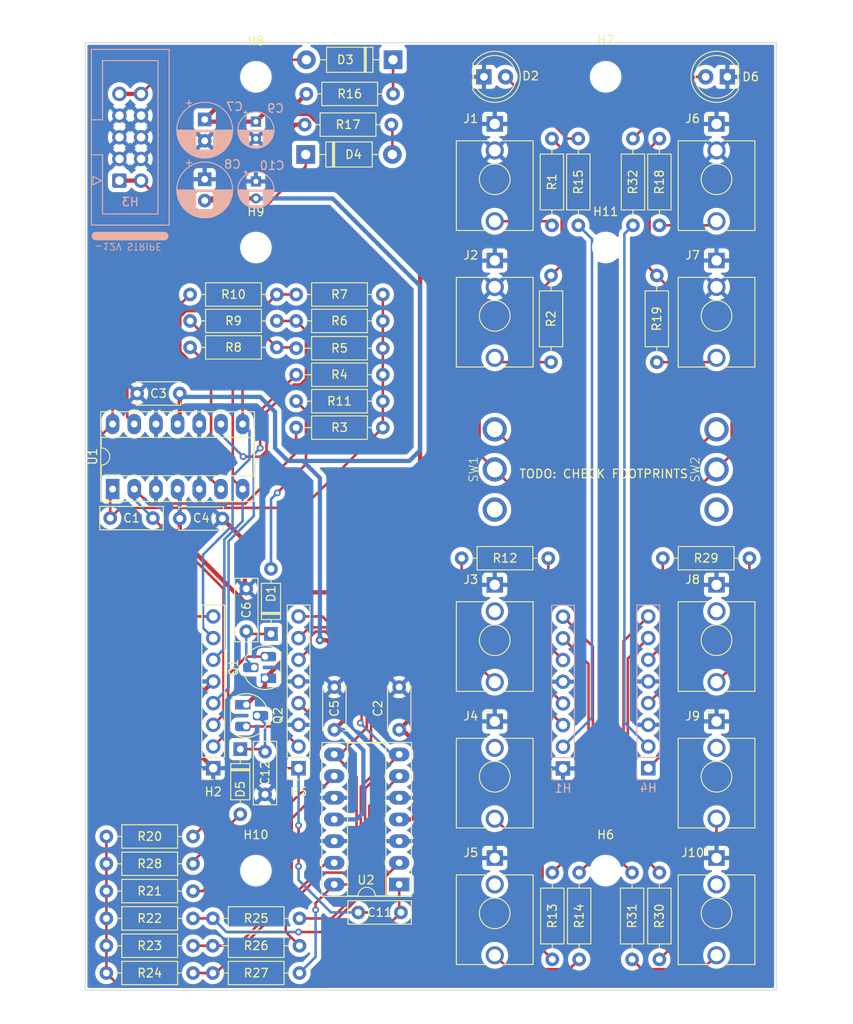
<source format=kicad_pcb>
(kicad_pcb (version 20240108) (generator "pcbnew") (generator_version "8.0")
  (layers (0 "F.Cu" signal) (31 "B.Cu" signal) (34 "B.Paste" user) (35 "F.Paste" user) (36 "B.SilkS" user "B.Silkscreen") (37 "F.SilkS" user "F.Silkscreen") (38 "B.Mask" user) (39 "F.Mask" user) (44 "Edge.Cuts" user))
  (net 0 "")
  (net 1 "+12V")
  (net 2 "GNDREF")
  (net 3 "-12V")
  (net 4 "Net-(C1-Pad2)")
  (net 5 "Net-(H2C-Pin_3)")
  (net 6 "Net-(D5-K)")
  (net 7 "Net-(D5-A)")
  (net 8 "Net-(D6-A)")
  (net 9 "Net-(H1F-Pin_6)")
  (net 10 "Net-(H1H-Pin_8)")
  (net 11 "Net-(H1B-Pin_2)")
  (net 13 "Net-(D1-A)")
  (net 14 "Net-(H1G-Pin_7)")
  (net 15 "Net-(D2-A)")
  (net 16 "Net-(D3-K)")
  (net 17 "Net-(D3-A)")
  (net 18 "Net-(D4-A)")
  (net 19 "Net-(D4-K)")
  (net 20 "Net-(H2F-Pin_6)")
  (net 21 "Net-(H2B-Pin_2)")
  (net 22 "Net-(H2G-Pin_7)")
  (net 23 "Net-(H2H-Pin_8)")
  (net 24 "Net-(H4H-Pin_8)")
  (net 25 "Net-(H4G-Pin_7)")
  (net 26 "Net-(H4B-Pin_2)")
  (net 27 "Net-(H4F-Pin_6)")
  (net 28 "Net-(J1-PadT)")
  (net 29 "Net-(J2-PadT)")
  (net 30 "Net-(J3-PadT)")
  (net 32 "Net-(J4-PadT)")
  (net 33 "Net-(J5-PadT)")
  (net 34 "Net-(J6-PadT)")
  (net 35 "Net-(J7-PadT)")
  (net 37 "Net-(J8-PadT)")
  (net 38 "Net-(J9-PadT)")
  (net 41 "Net-(J10-PadT)")
  (net 42 "Net-(U1B--)")
  (net 43 "Net-(U1C--)")
  (net 44 "Net-(U1D--)")
  (net 45 "Net-(U2B--)")
  (net 46 "Net-(U2C--)")
  (net 47 "Net-(U2D--)")
  (net 50 "Net-(D1-K)")
  (net 51 "Net-(H5A-Pin_3)")
  (net 52 "Net-(C11-Pad2)")
  (net 53 "Net-(H4A-Pin_1)")
  (net 54 "Net-(H5H-Pin_8)")
  (net 55 "Net-(H5G-Pin_7)")
  (net 56 "Net-(H5B-Pin_2)")
  (net 57 "Net-(H5F-Pin_6)")
  (net 59 "Net-(H1C-Pin_3)")
  (net 60 "Net-(H1D-Pin_4)")
  (net 61 "Net-(H2D-Pin_4)")
  (net 62 "Net-(H4D-Pin_4)")
  (net 63 "Net-(H5D-Pin_4)")
  (footprint "Synth:SW_default" (layer "F.Cu") (at 198 100 90)
    (property "Reference" "SW1")
    (property "Value" "SW_SPDT")
  )
  (footprint "Synth:R_Default (DIN0207)" (layer "F.Cu") (at 204.7 61.27 -90)
    (property "Reference" "R1")
    (property "Value" "100K [0.1%]")
  )
  (footprint "Synth:Jack_3.5mm_QingPu_WQP-PJ398SM_Vertical_CircularHoles" (layer "F.Cu") (at 224 152)
    (property "Reference" "J10")
    (property "Value" "OUTPUT_3")
  )
  (footprint "Synth:R_Default (DIN0207)" (layer "F.Cu") (at 174.75 85.8)
    (property "Reference" "R5")
    (property "Value" "10K [0.1%]")
  )
  (footprint "Synth:R_Default (DIN0207)" (layer "F.Cu") (at 214.2 61.27 -90)
    (property "Reference" "R32")
    (property "Value" "470")
  )
  (footprint "Synth:PinSocket_1x08_P2.54mm_Vertical" (layer "F.Cu") (at 175 135 180)
    (property "Reference" "H5")
    (property "Value" "BTM_8_SGL")
  )
  (footprint "Capacitor_THT:C_Disc_D5.0mm_W2.5mm_P5.00mm" (layer "F.Cu") (at 156.075 91.1)
    (property "Reference" "C3")
    (property "Value" "0.1uF")
  )
  (footprint "Synth:C_RECT_WIMA_0.1uF" (layer "F.Cu") (at 182 151.9)
    (property "Reference" "C11")
    (property "Value" "10 pF")
  )
  (footprint "Synth:Jack_3.5mm_QingPu_WQP-PJ398SM_Vertical_CircularHoles" (layer "F.Cu") (at 198 66)
    (property "Reference" "J1")
    (property "Value" "INPUT_1")
  )
  (footprint "Synth:R_Default (DIN0207)" (layer "F.Cu") (at 184.85 88.9 180)
    (property "Reference" "R4")
    (property "Value" "100K [0.1%]")
  )
  (footprint "Synth:R_Default (DIN0207)" (layer "F.Cu") (at 175.95 56)
    (property "Reference" "R16")
    (property "Value" "10")
  )
  (footprint "Synth:R_Default (DIN0207)" (layer "F.Cu") (at 162.6 155.8 180)
    (property "Reference" "R23")
    (property "Value" "10K [0.1%]")
  )
  (footprint "Synth:C_RECT_WIMA_0.1uF" (layer "F.Cu") (at 157.925 105.7 180)
    (property "Reference" "C1")
    (property "Value" "10 pF")
  )
  (footprint "Synth:R_Default (DIN0207)" (layer "F.Cu") (at 152.5 149.4)
    (property "Reference" "R21")
    (property "Value" "100K [0.1%]")
  )
  (footprint "Synth:R_Default (DIN0207)" (layer "F.Cu") (at 175.08 152.6 180)
    (property "Reference" "R25")
    (property "Value" "10K [0.1%]")
  )
  (footprint "Synth:R_Default (DIN0207)" (layer "F.Cu") (at 204.6 77.3 -90)
    (property "Reference" "R2")
    (property "Value" "100K [0.1%]")
  )
  (footprint "Synth:SW_default" (layer "F.Cu") (at 224 100 90)
    (property "Reference" "SW2")
    (property "Value" "SW_SPDT")
  )
  (footprint "Synth:R_Default (DIN0207)" (layer "F.Cu") (at 174.75 82.6)
    (property "Reference" "R6")
    (property "Value" "10K [0.1%]")
  )
  (footprint "Synth:Jack_3.5mm_QingPu_WQP-PJ398SM_Vertical_CircularHoles" (layer "F.Cu") (at 224 120)
    (property "Reference" "J8")
    (property "Value" "OUTPUT_1")
  )
  (footprint "Synth:R_Default (DIN0207)" (layer "F.Cu") (at 217.3 157.37 90)
    (property "Reference" "R30")
    (property "Value" "1K")
  )
  (footprint "Synth:R_Default (DIN0207)" (layer "F.Cu") (at 175.08 159 180)
    (property "Reference" "R27")
    (property "Value" "10K [0.1%]")
  )
  (footprint "Synth:D_DO-41_SOD81_P10.16mm_Horizontal" (layer "F.Cu") (at 186.03 52 180)
    (property "Reference" "D3")
    (property "Value" "1N5819")
  )
  (footprint "Capacitor_THT:C_Disc_D5.0mm_W2.5mm_P5.00mm" (layer "F.Cu") (at 179.2 125.5 -90)
    (property "Reference" "C5")
    (property "Value" "0.1uF")
  )
  (footprint "Synth:R_Default (DIN0207)" (layer "F.Cu") (at 162.32 82.6)
    (property "Reference" "R9")
    (property "Value" "10K [0.1%]")
  )
  (footprint "MountingHole:MountingHole_3.2mm_M3" (layer "F.Cu") (at 211 53.9)
    (property "Reference" "H7")
    (property "Value" "MountingHole")
  )
  (footprint "Synth:R_Default (DIN0207)" (layer "F.Cu") (at 184.85 95.1 180)
    (property "Reference" "R3")
    (property "Value" "100K [0.1%]")
  )
  (footprint "Synth:R_Default (DIN0207)" (layer "F.Cu") (at 162.6 146.2 180)
    (property "Reference" "R28")
    (property "Value" "8K2")
  )
  (footprint "Synth:R_Default (DIN0207)" (layer "F.Cu") (at 162.32 85.7)
    (property "Reference" "R8")
    (property "Value" "10K [0.1%]")
  )
  (footprint "Synth:R_Default (DIN0207)" (layer "F.Cu") (at 162.6 159 180)
    (property "Reference" "R24")
    (property "Value" "10K [0.1%]")
  )
  (footprint "Synth:R_Default (DIN0207)" (layer "F.Cu") (at 162.6 152.6 180)
    (property "Reference" "R22")
    (property "Value" "10K [0.1%]")
  )
  (footprint "Synth:R_Default (DIN0207)" (layer "F.Cu") (at 214.1 157.37 90)
    (property "Reference" "R31")
    (property "Value" "1K")
  )
  (footprint "Synth:R_Default (DIN0207)" (layer "F.Cu") (at 152.5 143)
    (property "Reference" "R20")
    (property "Value" "100K [0.1%]")
  )
  (footprint "Synth:R_Default (DIN0207)" (layer "F.Cu") (at 217 77.3 -90)
    (property "Reference" "R19")
    (property "Value" "100K [0.1%]")
  )
  (footprint "Synth:R_Default (DIN0207)" (layer "F.Cu") (at 207.8 61.27 -90)
    (property "Reference" "R15")
    (property "Value" "470")
  )
  (footprint "MountingHole:MountingHole_3.2mm_M3" (layer "F.Cu") (at 170 54)
    (property "Reference" "H8")
    (property "Value" "MountingHole")
  )
  (footprint "Package_DIP:DIP-14_W7.62mm_Socket_LongPads" (layer "F.Cu") (at 153.2 102.3 90)
    (property "Reference" "U1")
    (property "Value" "TL074")
  )
  (footprint "Synth:R_Default (DIN0207)" (layer "F.Cu") (at 162.32 79.5)
    (property "Reference" "R10")
    (property "Value" "10K [0.1%]")
  )
  (footprint "Synth:Jack_3.5mm_QingPu_WQP-PJ398SM_Vertical_CircularHoles" (layer "F.Cu") (at 198 136)
    (property "Reference" "J4")
    (property "Value" "OUTPUT_2")
  )
  (footprint "Synth:C_RECT_WIMA_0.1uF" (layer "F.Cu") (at 171.07 138.07 90)
    (property "Reference" "C12")
    (property "Value" "100 nF")
  )
  (footprint "Synth:Jack_3.5mm_QingPu_WQP-PJ398SM_Vertical_CircularHoles" (layer "F.Cu") (at 224 66)
    (property "Reference" "J6")
    (property "Value" "INPUT_1")
  )
  (footprint "Package_DIP:DIP-14_W7.62mm_Socket_LongPads" (layer "F.Cu") (at 186.8 148.625 180)
    (property "Reference" "U2")
    (property "Value" "TL074")
  )
  (footprint "Synth:R_Default (DIN0207)" (layer "F.Cu") (at 204.75 157.37 90)
    (property "Reference" "R13")
    (property "Value" "1K")
  )
  (footprint "MountingHole:MountingHole_3.2mm_M3" (layer "F.Cu") (at 211 74)
    (property "Reference" "H11")
    (property "Value" "MountingHole")
  )
  (footprint "MountingHole:MountingHole_3.2mm_M3" (layer "F.Cu") (at 211 147)
    (property "Reference" "H6")
    (property "Value" "MountingHole")
  )
  (footprint "MountingHole:MountingHole_3.2mm_M3" (layer "F.Cu") (at 170 74)
    (property "Reference" "H9")
    (property "Value" "MountingHole")
  )
  (footprint "Synth:D_DO-41_SOD81_P10.16mm_Horizontal" (layer "F.Cu") (at 175.89 63.1)
    (property "Reference" "D4")
    (property "Value" "1N5819")
  )
  (footprint "Synth:D_DO-35_SOD27_P7.62mm_Horizontal" (layer "F.Cu") (at 168.17 132.77 -90)
    (property "Reference" "D5")
    (property "Value" "1N4148")
  )
  (footprint "Synth:Jack_3.5mm_QingPu_WQP-PJ398SM_Vertical_CircularHoles" (layer "F.Cu") (at 198 120)
    (property "Reference" "J3")
    (property "Value" "OUTPUT_1")
  )
  (footprint "Synth:Jack_3.5mm_QingPu_WQP-PJ398SM_Vertical_CircularHoles" (layer "F.Cu") (at 224 136)
    (property "Reference" "J9")
    (property "Value" "OUTPUT_2")
  )
  (footprint "Synth:R_Default (DIN0207)" (layer "F.Cu") (at 174.75 92)
    (property "Reference" "R11")
    (property "Value" "8K2")
  )
  (footprint "Synth:R_Default (DIN0207)" (layer "F.Cu") (at 207.9 157.37 90)
    (property "Reference" "R14")
    (property "Value" "1K")
  )
  (footprint "Synth:LED_D5.0mm (center Aligned)" (layer "F.Cu") (at 224 54 180)
    (property "Reference" "D6")
    (property "Value" "LED")
  )
  (footprint "Synth:Jack_3.5mm_QingPu_WQP-PJ398SM_Vertical_CircularHoles" (layer "F.Cu") (at 224 82)
    (property "Reference" "J7")
    (property "Value" "INPUT_2")
  )
  (footprint "Capacitor_THT:C_Disc_D5.0mm_W2.5mm_P5.00mm" (layer "F.Cu") (at 186.8 130.5 90)
    (property "Reference" "C2")
    (property "Value" "0.1uF")
  )
  (footprint "Synth:C_RECT_WIMA_0.1uF" (layer "F.Cu") (at 168.87 113.97 -90)
    (property "Reference" "C6")
    (property "Value" "100 nF")
  )
  (footprint "Package_TO_SOT_THT:TO-92_HandSolder" (layer "F.Cu") (at 171.07 124.47 90)
    (property "Reference" "Q1")
    (property "Value" "BC548")
  )
  (footprint "Synth:Jack_3.5mm_QingPu_WQP-PJ398SM_Vertical_CircularHoles" (layer "F.Cu") (at 198 82)
    (property "Reference" "J2")
    (property "Value" "INPUT_2")
  )
  (footprint "Synth:R_Default (DIN0207)" (layer "F.Cu") (at 174.75 79.5)
    (property "Reference" "R7")
    (property "Value" "10K [0.1%]")
  )
  (footprint "Package_TO_SOT_THT:TO-92_HandSolder" (layer "F.Cu") (at 168.87 127.57 -90)
    (property "Reference" "Q2")
    (property "Value" "BC548")
  )
  (footprint "MountingHole:MountingHole_3.2mm_M3" (layer "F.Cu") (at 170 147)
    (property "Reference" "H10")
    (property "Value" "MountingHole")
  )
  (footprint "Synth:R_Default (DIN0207)" (layer "F.Cu") (at 194.15 110.4)
    (property "Reference" "R12")
    (property "Value" "1K")
  )
  (footprint "Synth:R_Default (DIN0207)" (layer "F.Cu") (at 175.75 59.6)
    (property "Reference" "R17")
    (property "Value" "10")
  )
  (footprint "Synth:D_DO-35_SOD27_P7.62mm_Horizontal" (layer "F.Cu") (at 171.77 119.27 90)
    (property "Reference" "D1")
    (property "Value" "1N4148")
  )
  (footprint "Synth:Jack_3.5mm_QingPu_WQP-PJ398SM_Vertical_CircularHoles" (layer "F.Cu") (at 198 152)
    (property "Reference" "J5")
    (property "Value" "OUTPUT_3")
  )
  (footprint "Synth:PinSocket_1x08_P2.54mm_Vertical" (layer "F.Cu") (at 165 135 180)
    (property "Reference" "H2")
    (property "Value" "BTM_8_SGL")
  )
  (footprint "Synth:R_Default (DIN0207)" (layer "F.Cu") (at 227.83 110.4 180)
    (property "Reference" "R29")
    (property "Value" "1K")
  )
  (footprint "Capacitor_THT:C_Disc_D5.0mm_W2.5mm_P5.00mm" (layer "F.Cu") (at 161.075 105.75)
    (property "Reference" "C4")
    (property "Value" "0.1uF")
  )
  (footprint "Synth:R_Default (DIN0207)" (layer "F.Cu") (at 217.3 61.27 -90)
    (property "Reference" "R18")
    (property "Value" "100K [0.1%]")
  )
  (footprint "Synth:R_Default (DIN0207)" (layer "F.Cu") (at 175.08 155.8 180)
    (property "Reference" "R26")
    (property "Value" "10K [0.1%]")
  )
  (footprint "Synth:LED_D5.0mm (center Aligned)" (layer "F.Cu") (at 198 54)
    (property "Reference" "D2")
    (property "Value" "LED")
  )
  (footprint "Capacitor_THT:CP_Radial_D4.0mm_P2.00mm" (layer "B.Cu") (at 170 59.25 -90)
    (property "Reference" "C9")
    (property "Value" "0.1uF")
  )
  (footprint "Synth:IDC-Header_2x05_P2.54mm_Vertical" (layer "B.Cu") (at 154 66.16)
    (property "Reference" "H3")
    (property "Value" "Conn_02x05_PWR_Eurorack")
  )
  (footprint "Synth:PinHeader_1x08_P2.54mm_Vertical" (layer "B.Cu") (at 216 135)
    (property "Reference" "H4")
    (property "Value" "TOP_8_SGL")
  )
  (footprint "Capacitor_THT:CP_Radial_D6.3mm_P2.50mm" (layer "B.Cu") (at 164 66 -90)
    (property "Reference" "C8")
    (property "Value" "47uF")
  )
  (footprint "Capacitor_THT:CP_Radial_D4.0mm_P2.00mm" (layer "B.Cu") (at 170 66.25 -90)
    (property "Reference" "C10")
    (property "Value" "0.1uF")
  )
  (footprint "Synth:PinHeader_1x08_P2.54mm_Vertical" (layer "B.Cu") (at 206 135.03)
    (property "Reference" "H1")
    (property "Value" "TOP_8_SGL")
  )
  (footprint "Capacitor_THT:CP_Radial_D6.3mm_P2.50mm" (layer "B.Cu") (at 164 59 -90)
    (property "Reference" "C7")
    (property "Value" "47uF")
  )
  (gr_rect (start 150 50) (end 231 161) (stroke (width 0.1)) (fill none) (layer "Edge.Cuts"))
  (gr_text "TODO: CHECK FOOTPRINTS" (at 200.8 101.1 0) (layer "F.SilkS") (effects (font (size 1 1)) (justify left bottom)))
  (segment (start 175 114.4) (end 186.93 114.4) (width 0.5) (layer "F.Cu") (net 1))
  (segment (start 186.8 130.5) (end 187.2 130.5) (width 0.5) (layer "F.Cu") (net 1))
  (segment (start 173.3 122.24) (end 173.3 116.1) (width 0.5) (layer "F.Cu") (net 1))
  (segment (start 186.93 114.4) (end 188.53 112.8) (width 0.5) (layer "F.Cu") (net 1))
  (segment (start 171.07 124.47) (end 171.07 125.37) (width 0.5) (layer "F.Cu") (net 1))
  (segment (start 174.92 57) (end 166 57) (width 0.5) (layer "F.Cu") (net 1))
  (segment (start 173.2 116) (end 169.132233 116) (width 0.5) (layer "F.Cu") (net 1))
  (segment (start 187.2 130.5) (end 188.7 132) (width 0.5) (layer "F.Cu") (net 1))
  (segment (start 161.075 107.942767) (end 161.075 105.75) (width 0.5) (layer "F.Cu") (net 1))
  (segment (start 188.53 112.8) (end 189.25 112.08) (width 0.5) (layer "F.Cu") (net 1))
  (segment (start 170 59.25) (end 164.25 59.25) (width 0.5) (layer "F.Cu") (net 1))
  (segment (start 170.9 58.35) (end 176.237767 58.35) (width 0.5) (layer "F.Cu") (net 1))
  (segment (start 188.195 141.005) (end 186.8 141.005) (width 0.5) (layer "F.Cu") (net 1))
  (segment (start 171.07 125.37) (end 168.87 127.57) (width 0.5) (layer "F.Cu") (net 1))
  (segment (start 188.7 132) (end 188.7 140.5) (width 0.5) (layer "F.Cu") (net 1))
  (segment (start 173.3 116.1) (end 175 114.4) (width 0.5) (layer "F.Cu") (net 1))
  (segment (start 173.3 116.1) (end 173.2 116) (width 0.5) (layer "F.Cu") (net 1))
  (segment (start 169.132233 116) (end 161.075 107.942767) (width 0.5) (layer "F.Cu") (net 1))
  (segment (start 175.92 56) (end 174.92 57) (width 0.5) (layer "F.Cu") (net 1))
  (segment (start 176.237767 58.35) (end 189.25 71.362233) (width 0.5) (layer "F.Cu") (net 1))
  (segment (start 186.8 130.5) (end 189.25 128.05) (width 0.5) (layer "F.Cu") (net 1))
  (segment (start 166 57) (end 164 59) (width 0.5) (layer "F.Cu") (net 1))
  (segment (start 171.07 124.47) (end 173.3 122.24) (width 0.5) (layer "F.Cu") (net 1))
  (segment (start 189.25 128.05) (end 189.25 112.08) (width 0.5) (layer "F.Cu") (net 1))
  (segment (start 188.7 140.5) (end 188.195 141.005) (width 0.5) (layer "F.Cu") (net 1))
  (segment (start 189.25 71.362233) (end 189.25 112.08) (width 0.5) (layer "F.Cu") (net 1))
  (segment (start 164.25 59.25) (end 164 59) (width 0.5) (layer "F.Cu") (net 1))
  (segment (start 170 59.25) (end 170.9 58.35) (width 0.5) (layer "F.Cu") (net 1))
  (segment (start 161.075 105.75) (end 161.075 102.555) (width 0.5) (layer "B.Cu") (net 1))
  (segment (start 161.075 102.555) (end 160.82 102.3) (width 0.5) (layer "B.Cu") (net 1))
  (segment (start 168.7 108.375) (end 168.7 113.8) (width 0.5) (layer "F.Cu") (net 2))
  (segment (start 165 124.84) (end 163 126.84) (width 0.5) (layer "F.Cu") (net 2))
  (segment (start 168.7 113.8) (end 168.87 113.97) (width 0.5) (layer "F.Cu") (net 2))
  (segment (start 166.075 105.75) (end 168.7 108.375) (width 0.5) (layer "F.Cu") (net 2))
  (segment (start 163 126.84) (end 163 133) (width 0.5) (layer "F.Cu") (net 2))
  (segment (start 163 133) (end 165 135) (width 0.5) (layer "F.Cu") (net 2))
  (segment (start 170 68.25) (end 164.25 68.25) (width 0.5) (layer "F.Cu") (net 3))
  (segment (start 164.25 68.25) (end 164 68.5) (width 0.5) (layer "F.Cu") (net 3))
  (segment (start 181.8 123.5) (end 178.3 120) (width 0.5) (layer "F.Cu") (net 3))
  (segment (start 165.68863 68.5) (end 164 68.5) (width 0.5) (layer "F.Cu") (net 3))
  (segment (start 179.2 130.5) (end 181.8 127.9) (width 0.5) (layer "F.Cu") (net 3))
  (segment (start 161.075 94.425) (end 160.82 94.68) (width 0.5) (layer "F.Cu") (net 3))
  (segment (start 174.58863 59.6) (end 165.68863 68.5) (width 0.5) (layer "F.Cu") (net 3))
  (segment (start 175.72 59.6) (end 174.58863 59.6) (width 0.5) (layer "F.Cu") (net 3))
  (segment (start 178.3 120) (end 177.5 120) (width 0.5) (layer "F.Cu") (net 3))
  (segment (start 181.8 127.9) (end 181.8 123.5) (width 0.5) (layer "F.Cu") (net 3))
  (segment (start 161.075 91.1) (end 161.075 94.425) (width 0.5) (layer "F.Cu") (net 3))
  (via (at 177.5 120) (size 1) (drill 0.4) (layers "F.Cu" "B.Cu") (net 3))
  (segment (start 177.5 120) (end 177.5 101) (width 0.5) (layer "B.Cu") (net 3))
  (segment (start 179.18 141.005) (end 181.795 141.005) (width 0.5) (layer "B.Cu") (net 3))
  (segment (start 182.6 132.9) (end 180.2 130.5) (width 0.5) (layer "B.Cu") (net 3))
  (segment (start 188 99) (end 189.25 97.75) (width 0.5) (layer "B.Cu") (net 3))
  (segment (start 177.5 101) (end 175.5 99) (width 0.5) (layer "B.Cu") (net 3))
  (segment (start 175.5 99) (end 188 99) (width 0.5) (layer "B.Cu") (net 3))
  (segment (start 182.6 140.2) (end 182.6 132.9) (width 0.5) (layer "B.Cu") (net 3))
  (segment (start 181.795 141.005) (end 182.6 140.2) (width 0.5) (layer "B.Cu") (net 3))
  (segment (start 189.25 78.5) (end 179 68.25) (width 0.5) (layer "B.Cu") (net 3))
  (segment (start 172.25 93.25) (end 170.5 91.5) (width 0.5) (layer "B.Cu") (net 3))
  (segment (start 173.75 99) (end 172.25 97.5) (width 0.5) (layer "B.Cu") (net 3))
  (segment (start 189.25 97.75) (end 189.25 78.5) (width 0.5) (layer "B.Cu") (net 3))
  (segment (start 179 68.25) (end 170 68.25) (width 0.5) (layer "B.Cu") (net 3))
  (segment (start 170.5 91.5) (end 161.475 91.5) (width 0.5) (layer "B.Cu") (net 3))
  (segment (start 180.2 130.5) (end 179.2 130.5) (width 0.5) (layer "B.Cu") (net 3))
  (segment (start 161.475 91.5) (end 161.075 91.1) (width 0.5) (layer "B.Cu") (net 3))
  (segment (start 172.25 97.5) (end 172.25 93.25) (width 0.5) (layer "B.Cu") (net 3))
  (segment (start 175.5 99) (end 173.75 99) (width 0.5) (layer "B.Cu") (net 3))
  (segment (start 184.88 92) (end 184.88 95.1) (width 0.3) (layer "F.Cu") (net 4))
  (segment (start 184.88 82.6) (end 184.88 85.8) (width 0.3) (layer "F.Cu") (net 4))
  (segment (start 184.88 95.1) (end 175.48 104.5) (width 0.3) (layer "F.Cu") (net 4))
  (segment (start 184.88 85.8) (end 184.88 88.9) (width 0.3) (layer "F.Cu") (net 4))
  (segment (start 184.88 88.9) (end 184.88 92) (width 0.3) (layer "F.Cu") (net 4))
  (segment (start 175.48 104.5) (end 154.125 104.5) (width 0.3) (layer "F.Cu") (net 4))
  (segment (start 152.925 105.7) (end 152.925 102.575) (width 0.3) (layer "F.Cu") (net 4))
  (segment (start 152.925 102.575) (end 153.2 102.3) (width 0.3) (layer "F.Cu") (net 4))
  (segment (start 184.88 79.5) (end 184.88 82.6) (width 0.3) (layer "F.Cu") (net 4))
  (segment (start 154.125 104.5) (end 152.925 105.7) (width 0.3) (layer "F.Cu") (net 4))
  (segment (start 157.44 104) (end 155.74 102.3) (width 0.3) (layer "F.Cu") (net 5))
  (segment (start 165 129.92) (end 166.2 128.72) (width 0.3) (layer "F.Cu") (net 5))
  (segment (start 166.2 128.72) (end 166.2 113.975) (width 0.3) (layer "F.Cu") (net 5))
  (segment (start 174.72 98.046346) (end 168.766346 104) (width 0.3) (layer "F.Cu") (net 5))
  (segment (start 174.72 95.1) (end 174.72 98.046346) (width 0.3) (layer "F.Cu") (net 5))
  (segment (start 168.766346 104) (end 157.44 104) (width 0.3) (layer "F.Cu") (net 5))
  (segment (start 166.2 113.975) (end 157.925 105.7) (width 0.3) (layer "F.Cu") (net 5))
  (segment (start 155.74 103.515) (end 157.925 105.7) (width 0.3) (layer "B.Cu") (net 5))
  (segment (start 155.74 102.3) (end 155.74 103.515) (width 0.3) (layer "B.Cu") (net 5))
  (segment (start 171.07 133.07) (end 170.77 133.07) (width 0.3) (layer "F.Cu") (net 6))
  (segment (start 170.77 133.07) (end 170.47 132.77) (width 0.3) (layer "F.Cu") (net 6))
  (segment (start 170.47 132.77) (end 168.17 132.77) (width 0.3) (layer "F.Cu") (net 6))
  (segment (start 170.14 128.84) (end 171.07 129.77) (width 0.3) (layer "B.Cu") (net 6))
  (segment (start 171.07 129.77) (end 171.07 133.07) (width 0.3) (layer "B.Cu") (net 6))
  (segment (start 162.63 145.93) (end 162.63 146.2) (width 0.3) (layer "F.Cu") (net 7))
  (segment (start 168.17 140.39) (end 162.63 145.93) (width 0.3) (layer "F.Cu") (net 7))
  (segment (start 221.44 54) (end 214.2 61.24) (width 0.3) (layer "F.Cu") (net 8))
  (segment (start 222.73 54) (end 221.44 54) (width 0.3) (layer "F.Cu") (net 8))
  (segment (start 206 122.33) (end 204.28 120.61) (width 0.3) (layer "F.Cu") (net 9))
  (segment (start 204.28 120.61) (end 204.28 110.4) (width 0.3) (layer "F.Cu") (net 9))
  (segment (start 209.5 145.64) (end 209.5 120.75) (width 0.3) (layer "F.Cu") (net 10))
  (segment (start 209.5 120.75) (end 206 117.25) (width 0.3) (layer "F.Cu") (net 10))
  (segment (start 207.9 147.24) (end 209.5 145.64) (width 0.3) (layer "F.Cu") (net 10))
  (segment (start 206 132.49) (end 209.4 129.09) (width 0.3) (layer "B.Cu") (net 11))
  (segment (start 209.4 129.09) (end 209.4 73) (width 0.3) (layer "B.Cu") (net 11))
  (segment (start 209.4 73) (end 207.8 71.4) (width 0.3) (layer "B.Cu") (net 11))
  (segment (start 175.87 99.38) (end 172.5 102.75) (width 0.3) (layer "F.Cu") (net 13))
  (segment (start 175.87 93.15) (end 175.87 99.38) (width 0.3) (layer "F.Cu") (net 13))
  (segment (start 174.72 92) (end 175.87 93.15) (width 0.3) (layer "F.Cu") (net 13))
  (via (at 172.5 102.75) (size 0.8) (drill 0.4) (layers "F.Cu" "B.Cu") (net 13))
  (segment (start 171.77 103.48) (end 171.77 111.65) (width 0.3) (layer "B.Cu") (net 13))
  (segment (start 172.5 102.75) (end 171.77 103.48) (width 0.3) (layer "B.Cu") (net 13))
  (segment (start 209 122.79) (end 206 119.79) (width 0.3) (layer "F.Cu") (net 14))
  (segment (start 209 142.99) (end 209 122.79) (width 0.3) (layer "F.Cu") (net 14))
  (segment (start 204.75 147.24) (end 209 142.99) (width 0.3) (layer "F.Cu") (net 14))
  (segment (start 206.51 61.24) (end 199.27 54) (width 0.3) (layer "F.Cu") (net 15))
  (segment (start 207.8 61.24) (end 206.51 61.24) (width 0.3) (layer "F.Cu") (net 15))
  (segment (start 186.08 56) (end 186.08 52) (width 0.3) (layer "F.Cu") (net 16))
  (segment (start 154 56) (end 156.54 56) (width 0.5) (layer "F.Cu") (net 17))
  (segment (start 175.92 52) (end 160.54 52) (width 0.3) (layer "F.Cu") (net 17))
  (segment (start 160.54 52) (end 156.54 56) (width 0.3) (layer "F.Cu") (net 17))
  (segment (start 186 59.72) (end 185.88 59.6) (width 0.3) (layer "F.Cu") (net 18))
  (segment (start 186 63.1) (end 186 59.72) (width 0.3) (layer "F.Cu") (net 18))
  (segment (start 175.84 63.1) (end 175.84 64.5) (width 0.3) (layer "F.Cu") (net 19))
  (segment (start 156.54 66.16) (end 154 66.16) (width 0.5) (layer "F.Cu") (net 19))
  (segment (start 175.84 64.5) (end 170.69 69.65) (width 0.3) (layer "F.Cu") (net 19))
  (segment (start 170.69 69.65) (end 160.03 69.65) (width 0.3) (layer "F.Cu") (net 19))
  (segment (start 160.03 69.65) (end 156.54 66.16) (width 0.3) (layer "F.Cu") (net 19))
  (segment (start 167.29 90.7) (end 167.29 101.15) (width 0.3) (layer "F.Cu") (net 20))
  (segment (start 167.29 101.15) (end 168.44 102.3) (width 0.3) (layer "F.Cu") (net 20))
  (segment (start 162.29 85.7) (end 167.29 90.7) (width 0.3) (layer "F.Cu") (net 20))
  (segment (start 168.44 106.06) (end 166.3 108.2) (width 0.3) (layer "B.Cu") (net 20))
  (segment (start 166.3 121) (end 165 122.3) (width 0.3) (layer "B.Cu") (net 20))
  (segment (start 168.44 102.3) (end 168.44 106.06) (width 0.3) (layer "B.Cu") (net 20))
  (segment (start 166.3 108.2) (end 166.3 121) (width 0.3) (layer "B.Cu") (net 20))
  (segment (start 166.75 124.058496) (end 166.75 130.71) (width 0.3) (layer "F.Cu") (net 21))
  (segment (start 168.878496 121.93) (end 166.75 124.058496) (width 0.3) (layer "F.Cu") (net 21))
  (segment (start 166.75 130.71) (end 165 132.46) (width 0.3) (layer "F.Cu") (net 21))
  (segment (start 171.07 121.93) (end 168.878496 121.93) (width 0.3) (layer "F.Cu") (net 21))
  (segment (start 162.29 82.6) (end 168.44 88.75) (width 0.3) (layer "F.Cu") (net 22))
  (segment (start 168.44 88.75) (end 168.44 94.68) (width 0.3) (layer "F.Cu") (net 22))
  (segment (start 163.8 109.992894) (end 167.271447 106.521447) (width 0.3) (layer "B.Cu") (net 22))
  (segment (start 165 119.76) (end 163.8 118.56) (width 0.3) (layer "B.Cu") (net 22))
  (segment (start 169.25 95.49) (end 168.44 94.68) (width 0.3) (layer "B.Cu") (net 22))
  (segment (start 167.271447 106.521447) (end 167.271447 100.789214) (width 0.3) (layer "B.Cu") (net 22))
  (segment (start 167.271447 100.789214) (end 169.25 98.810661) (width 0.3) (layer "B.Cu") (net 22))
  (segment (start 163.8 118.56) (end 163.8 109.992894) (width 0.3) (layer "B.Cu") (net 22))
  (segment (start 169.25 98.810661) (end 169.25 95.49) (width 0.3) (layer "B.Cu") (net 22))
  (segment (start 151.25 96.63) (end 153.2 94.68) (width 0.3) (layer "F.Cu") (net 23))
  (segment (start 151.25 108) (end 151.25 96.63) (width 0.3) (layer "F.Cu") (net 23))
  (segment (start 153.2 88.59) (end 153.2 94.68) (width 0.3) (layer "F.Cu") (net 23))
  (segment (start 160.47 117.22) (end 151.25 108) (width 0.3) (layer "F.Cu") (net 23))
  (segment (start 162.29 79.5) (end 153.2 88.59) (width 0.3) (layer "F.Cu") (net 23))
  (segment (start 165 117.22) (end 160.47 117.22) (width 0.3) (layer "F.Cu") (net 23))
  (segment (start 213.1 120.12) (end 216 117.22) (width 0.3) (layer "F.Cu") (net 24))
  (segment (start 214.1 147.24) (end 213.1 146.24) (width 0.3) (layer "F.Cu") (net 24))
  (segment (start 213.1 146.24) (end 213.1 120.12) (width 0.3) (layer "F.Cu") (net 24))
  (segment (start 213.6 122.16) (end 216 119.76) (width 0.3) (layer "F.Cu") (net 25))
  (segment (start 213.6 143.54) (end 213.6 122.16) (width 0.3) (layer "F.Cu") (net 25))
  (segment (start 217.3 147.24) (end 213.6 143.54) (width 0.3) (layer "F.Cu") (net 25))
  (segment (start 213.2 72.4) (end 213.2 129.66) (width 0.3) (layer "B.Cu") (net 26))
  (segment (start 213.2 129.66) (end 216 132.46) (width 0.3) (layer "B.Cu") (net 26))
  (segment (start 214.2 71.4) (end 213.2 72.4) (width 0.3) (layer "B.Cu") (net 26))
  (segment (start 217.7 120.6) (end 217.7 110.4) (width 0.3) (layer "F.Cu") (net 27))
  (segment (start 216 122.3) (end 217.7 120.6) (width 0.3) (layer "F.Cu") (net 27))
  (segment (start 204.22 70.92) (end 204.7 71.4) (width 0.3) (layer "F.Cu") (net 28))
  (segment (start 198 70.92) (end 204.22 70.92) (width 0.3) (layer "F.Cu") (net 28))
  (segment (start 198.51 87.43) (end 198 86.92) (width 0.3) (layer "F.Cu") (net 29))
  (segment (start 204.6 87.43) (end 198.51 87.43) (width 0.3) (layer "F.Cu") (net 29))
  (segment (start 194.12 121.04) (end 194.12 110.4) (width 0.3) (layer "F.Cu") (net 30))
  (segment (start 198 124.92) (end 194.12 121.04) (width 0.3) (layer "F.Cu") (net 30))
  (segment (start 203.6 146.52) (end 198 140.92) (width 0.3) (layer "F.Cu") (net 32))
  (segment (start 204.75 157.4) (end 203.6 156.25) (width 0.3) (layer "F.Cu") (net 32))
  (segment (start 203.6 156.25) (end 203.6 146.52) (width 0.3) (layer "F.Cu") (net 32))
  (segment (start 207.9 157.4) (end 206.75 158.55) (width 0.3) (layer "F.Cu") (net 33))
  (segment (start 206.75 158.55) (end 199.63 158.55) (width 0.3) (layer "F.Cu") (net 33))
  (segment (start 199.63 158.55) (end 198 156.92) (width 0.3) (layer "F.Cu") (net 33))
  (segment (start 223.52 71.4) (end 224 70.92) (width 0.3) (layer "F.Cu") (net 34))
  (segment (start 217.3 71.4) (end 223.52 71.4) (width 0.3) (layer "F.Cu") (net 34))
  (segment (start 223.49 87.43) (end 224 86.92) (width 0.3) (layer "F.Cu") (net 35))
  (segment (start 217 87.43) (end 223.49 87.43) (width 0.3) (layer "F.Cu") (net 35))
  (segment (start 227.86 121.06) (end 227.86 110.4) (width 0.3) (layer "F.Cu") (net 37))
  (segment (start 224 124.92) (end 227.86 121.06) (width 0.3) (layer "F.Cu") (net 37))
  (segment (start 219.3 147.126137) (end 219.3 155.4) (width 0.3) (layer "F.Cu") (net 38))
  (segment (start 219.3 155.4) (end 217.3 157.4) (width 0.3) (layer "F.Cu") (net 38))
  (segment (start 224 142.426137) (end 219.3 147.126137) (width 0.3) (layer "F.Cu") (net 38))
  (segment (start 224 140.92) (end 224 142.426137) (width 0.3) (layer "F.Cu") (net 38))
  (segment (start 214.1 157.4) (end 215.25 158.55) (width 0.3) (layer "F.Cu") (net 41))
  (segment (start 215.25 158.55) (end 222.37 158.55) (width 0.3) (layer "F.Cu") (net 41))
  (segment (start 222.37 158.55) (end 224 156.92) (width 0.3) (layer "F.Cu") (net 41))
  (segment (start 164.75 89.786346) (end 161.14 86.176346) (width 0.3) (layer "F.Cu") (net 42))
  (segment (start 174.62 85.7) (end 174.72 85.8) (width 0.3) (layer "F.Cu") (net 42))
  (segment (start 161.14 82.11) (end 161.8 81.45) (width 0.3) (layer "F.Cu") (net 42))
  (segment (start 161.14 86.176346) (end 161.14 82.11) (width 0.3) (layer "F.Cu") (net 42))
  (segment (start 165.9 102.3) (end 164.75 101.15) (width 0.3) (layer "F.Cu") (net 42))
  (segment (start 172.45 85.7) (end 174.62 85.7) (width 0.3) (layer "F.Cu") (net 42))
  (segment (start 161.8 81.45) (end 168.2 81.45) (width 0.3) (layer "F.Cu") (net 42))
  (segment (start 164.75 101.15) (end 164.75 89.786346) (width 0.3) (layer "F.Cu") (net 42))
  (segment (start 168.2 81.45) (end 172.45 85.7) (width 0.3) (layer "F.Cu") (net 42))
  (segment (start 170.560661 98.5) (end 168.5 98.5) (width 0.3) (layer "F.Cu") (net 43))
  (segment (start 171.25 93.25) (end 171.25 97.810661) (width 0.3) (layer "F.Cu") (net 43))
  (segment (start 175.196346 90.05) (end 174.45 90.05) (width 0.3) (layer "F.Cu") (net 43))
  (segment (start 175.87 83.75) (end 175.87 89.376346) (width 0.3) (layer "F.Cu") (net 43))
  (segment (start 171.25 97.810661) (end 170.560661 98.5) (width 0.3) (layer "F.Cu") (net 43))
  (segment (start 175.87 89.376346) (end 175.196346 90.05) (width 0.3) (layer "F.Cu") (net 43))
  (segment (start 174.45 90.05) (end 171.25 93.25) (width 0.3) (layer "F.Cu") (net 43))
  (segment (start 174.72 82.6) (end 175.87 83.75) (width 0.3) (layer "F.Cu") (net 43))
  (segment (start 172.45 82.6) (end 174.72 82.6) (width 0.3) (layer "F.Cu") (net 43))
  (via (at 168.5 98.5) (size 0.8) (drill 0.4) (layers "F.Cu" "B.Cu") (net 43))
  (segment (start 168.5 98.5) (end 165.9 95.9) (width 0.3) (layer "B.Cu") (net 43))
  (segment (start 165.9 95.9) (end 165.9 94.68) (width 0.3) (layer "B.Cu") (net 43))
  (segment (start 174.72 79.5) (end 172.45 79.5) (width 0.3) (layer "F.Cu") (net 44))
  (segment (start 154.925 93.865) (end 155.74 94.68) (width 0.3) (layer "F.Cu") (net 44))
  (segment (start 161.592892 80.95) (end 154.925 87.617892) (width 0.3) (layer "F.Cu") (net 44))
  (segment (start 154.925 87.617892) (end 154.925 93.865) (width 0.3) (layer "F.Cu") (net 44))
  (segment (start 172.45 79.5) (end 171 80.95) (width 0.3) (layer "F.Cu") (net 44))
  (segment (start 171 80.95) (end 161.592892 80.95) (width 0.3) (layer "F.Cu") (net 44))
  (segment (start 183.3 148.9) (end 183.3 139.425) (width 0.3) (layer "F.Cu") (net 45))
  (segment (start 162.63 152.6) (end 164.95 152.6) (width 0.3) (layer "F.Cu") (net 45))
  (segment (start 178 154.2) (end 183.3 148.9) (width 0.3) (layer "F.Cu") (net 45))
  (segment (start 175 154.2) (end 178 154.2) (width 0.3) (layer "F.Cu") (net 45))
  (segment (start 183.3 139.425) (end 186.8 135.925) (width 0.3) (layer "F.Cu") (net 45))
  (via (at 175 154.2) (size 0.8) (drill 0.4) (layers "F.Cu" "B.Cu") (net 45))
  (segment (start 166.55 154.2) (end 164.95 152.6) (width 0.3) (layer "B.Cu") (net 45))
  (segment (start 175 154.2) (end 166.55 154.2) (width 0.3) (layer "B.Cu") (net 45))
  (segment (start 167.8 155.8) (end 174.2 149.4) (width 0.3) (layer "F.Cu") (net 46))
  (segment (start 164.95 155.8) (end 167.8 155.8) (width 0.3) (layer "F.Cu") (net 46))
  (segment (start 174.2 140.905) (end 179.18 135.925) (width 0.3) (layer "F.Cu") (net 46))
  (segment (start 174.2 149.4) (end 174.2 140.905) (width 0.3) (layer "F.Cu") (net 46))
  (segment (start 162.63 155.8) (end 164.95 155.8) (width 0.3) (layer "F.Cu") (net 46))
  (segment (start 164.95 159) (end 165.307106 159) (width 0.3) (layer "F.Cu") (net 47))
  (segment (start 162.63 159) (end 164.95 159) (width 0.3) (layer "F.Cu") (net 47))
  (segment (start 178.222106 146.085) (end 179.18 146.085) (width 0.3) (layer "F.Cu") (net 47))
  (segment (start 165.307106 159) (end 178.222106 146.085) (width 0.3) (layer "F.Cu") (net 47))
  (segment (start 169.17 119.27) (end 168.87 118.97) (width 0.3) (layer "F.Cu") (net 50))
  (segment (start 171.77 119.27) (end 169.17 119.27) (width 0.3) (layer "F.Cu") (net 50))
  (segment (start 169.8 123.2) (end 168.87 122.27) (width 0.3) (layer "B.Cu") (net 50))
  (segment (start 168.87 122.27) (end 168.87 118.97) (width 0.3) (layer "B.Cu") (net 50))
  (segment (start 183.4 151.9) (end 182 151.9) (width 0.3) (layer "F.Cu") (net 51))
  (segment (start 170.63 135) (end 175 135) (width 0.3) (layer "F.Cu") (net 51))
  (segment (start 175 146.5) (end 175 141.7) (width 0.3) (layer "F.Cu") (net 51))
  (segment (start 162.63 143) (end 170.63 135) (width 0.3) (layer "F.Cu") (net 51))
  (segment (start 185.2 147.685) (end 185.2 150.1) (width 0.3) (layer "F.Cu") (net 51))
  (segment (start 186.8 146.085) (end 185.2 147.685) (width 0.3) (layer "F.Cu") (net 51))
  (segment (start 185.2 150.1) (end 183.4 151.9) (width 0.3) (layer "F.Cu") (net 51))
  (via (at 175 146.5) (size 0.8) (drill 0.4) (layers "F.Cu" "B.Cu") (net 51))
  (via (at 175 141.7) (size 0.8) (drill 0.4) (layers "F.Cu" "B.Cu") (net 51))
  (segment (start 175 135) (end 175 141.7) (width 0.3) (layer "B.Cu") (net 51))
  (segment (start 175 146.5) (end 175 148.1) (width 0.3) (layer "B.Cu") (net 51))
  (segment (start 178.8 151.9) (end 182 151.9) (width 0.3) (layer "B.Cu") (net 51))
  (segment (start 175 148.1) (end 178.8 151.9) (width 0.3) (layer "B.Cu") (net 51))
  (segment (start 152.47 155.8) (end 152.47 159) (width 0.3) (layer "F.Cu") (net 52))
  (segment (start 152.47 146.2) (end 152.47 149.4) (width 0.3) (layer "F.Cu") (net 52))
  (segment (start 152.47 152.6) (end 152.47 155.8) (width 0.3) (layer "F.Cu") (net 52))
  (segment (start 186.8 151.7) (end 187 151.9) (width 0.3) (layer "F.Cu") (net 52))
  (segment (start 154.07 160.6) (end 178.3 160.6) (width 0.3) (layer "F.Cu") (net 52))
  (segment (start 152.47 159) (end 154.07 160.6) (width 0.3) (layer "F.Cu") (net 52))
  (segment (start 152.47 149.4) (end 152.47 152.6) (width 0.3) (layer "F.Cu") (net 52))
  (segment (start 186.8 148.625) (end 186.8 151.7) (width 0.3) (layer "F.Cu") (net 52))
  (segment (start 178.3 160.6) (end 187 151.9) (width 0.3) (layer "F.Cu") (net 52))
  (segment (start 152.47 143) (end 152.47 146.2) (width 0.3) (layer "F.Cu") (net 52))
  (segment (start 220.377692 130.622308) (end 216 135) (width 0.3) (layer "F.Cu") (net 53))
  (segment (start 220.377692 103.622308) (end 220.377692 130.622308) (width 0.3) (layer "F.Cu") (net 53))
  (segment (start 224 100) (end 220.377692 103.622308) (width 0.3) (layer "F.Cu") (net 53))
  (segment (start 217 77.27) (end 220.078525 80.348525) (width 0.3) (layer "F.Cu") (net 53))
  (segment (start 220.078525 80.348525) (end 224.687952 80.348525) (width 0.3) (layer "F.Cu") (net 53))
  (segment (start 225.775 98.225) (end 224 100) (width 0.3) (layer "F.Cu") (net 53))
  (segment (start 224.687952 80.348525) (end 225.775 81.435573) (width 0.3) (layer "F.Cu") (net 53))
  (segment (start 216.15 76.42) (end 217 77.27) (width 0.3) (layer "F.Cu") (net 53))
  (segment (start 216.15 62.39) (end 216.15 76.42) (width 0.3) (layer "F.Cu") (net 53))
  (segment (start 225.775 81.435573) (end 225.775 98.225) (width 0.3) (layer "F.Cu") (net 53))
  (segment (start 217.3 61.24) (end 216.15 62.39) (width 0.3) (layer "F.Cu") (net 53))
  (segment (start 177 151.6) (end 177 150.805) (width 0.3) (layer "F.Cu") (net 54))
  (segment (start 177 150.805) (end 179.18 148.625) (width 0.3) (layer "F.Cu") (net 54))
  (segment (start 183.5 122.937258) (end 177.782742 117.22) (width 0.3) (layer "F.Cu") (net 54))
  (segment (start 179.18 148.625) (end 181.075 148.625) (width 0.3) (layer "F.Cu") (net 54))
  (segment (start 177.782742 117.22) (end 175 117.22) (width 0.3) (layer "F.Cu") (net 54))
  (segment (start 181.075 148.625) (end 182.3 147.4) (width 0.3) (layer "F.Cu") (net 54))
  (segment (start 183.5 135.977893) (end 183.5 122.937258) (width 0.3) (layer "F.Cu") (net 54))
  (segment (start 182.3 137.177893) (end 183.5 135.977893) (width 0.3) (layer "F.Cu") (net 54))
  (segment (start 182.3 147.4) (end 182.3 137.177893) (width 0.3) (layer "F.Cu") (net 54))
  (via (at 177 151.6) (size 0.8) (drill 0.4) (layers "F.Cu" "B.Cu") (net 54))
  (segment (start 177 151.6) (end 177 157.11) (width 0.3) (layer "B.Cu") (net 54))
  (segment (start 177 157.11) (end 175.11 159) (width 0.3) (layer "B.Cu") (net 54))
  (segment (start 176.26 118.5) (end 175 119.76) (width 0.3) (layer "F.Cu") (net 55))
  (segment (start 173.5 151.514212) (end 177.779212 147.235) (width 0.3) (layer "F.Cu") (net 55))
  (segment (start 181.8 146.5) (end 181.8 136.005) (width 0.3) (layer "F.Cu") (net 55))
  (segment (start 183 123.144365) (end 178.355635 118.5) (width 0.3) (layer "F.Cu") (net 55))
  (segment (start 173.5 154.19) (end 173.5 151.514212) (width 0.3) (layer "F.Cu") (net 55))
  (segment (start 175.11 155.8) (end 173.5 154.19) (width 0.3) (layer "F.Cu") (net 55))
  (segment (start 177.779212 147.235) (end 181.065 147.235) (width 0.3) (layer "F.Cu") (net 55))
  (segment (start 178.355635 118.5) (end 176.26 118.5) (width 0.3) (layer "F.Cu") (net 55))
  (segment (start 183 130.265) (end 183 123.144365) (width 0.3) (layer "F.Cu") (net 55))
  (segment (start 181.8 136.005) (end 179.18 133.385) (width 0.3) (layer "F.Cu") (net 55))
  (segment (start 179.88 133.385) (end 183 130.265) (width 0.3) (layer "F.Cu") (net 55))
  (segment (start 181.065 147.235) (end 181.8 146.5) (width 0.3) (layer "F.Cu") (net 55))
  (segment (start 179.18 133.385) (end 179.88 133.385) (width 0.3) (layer "F.Cu") (net 55))
  (segment (start 172.65 130.11) (end 175 132.46) (width 0.3) (layer "F.Cu") (net 56))
  (segment (start 168.87 130.11) (end 172.65 130.11) (width 0.3) (layer "F.Cu") (net 56))
  (segment (start 182.4 123.251472) (end 182.4 129.55) (width 0.3) (layer "F.Cu") (net 57))
  (segment (start 182.4 129.55) (end 182.25 129.7) (width 0.3) (layer "F.Cu") (net 57))
  (segment (start 182.8 148.692894) (end 182.8 137.385) (width 0.3) (layer "F.Cu") (net 57))
  (segment (start 182.8 137.385) (end 186.8 133.385) (width 0.3) (layer "F.Cu") (net 57))
  (segment (start 176.4 119.6) (end 177 119) (width 0.3) (layer "F.Cu") (net 57))
  (segment (start 175 122.3) (end 176.4 120.9) (width 0.3) (layer "F.Cu") (net 57))
  (segment (start 175.11 152.6) (end 178.892894 152.6) (width 0.3) (layer "F.Cu") (net 57))
  (segment (start 177 119) (end 178.148528 119) (width 0.3) (layer "F.Cu") (net 57))
  (segment (start 178.148528 119) (end 182.4 123.251472) (width 0.3) (layer "F.Cu") (net 57))
  (segment (start 178.892894 152.6) (end 182.8 148.692894) (width 0.3) (layer "F.Cu") (net 57))
  (segment (start 176.4 120.9) (end 176.4 119.6) (width 0.3) (layer "F.Cu") (net 57))
  (via (at 182.25 129.7) (size 0.8) (drill 0.4) (layers "F.Cu" "B.Cu") (net 57))
  (segment (start 182.25 129.7) (end 185.935 133.385) (width 0.3) (layer "B.Cu") (net 57))
  (segment (start 185.935 133.385) (end 186.8 133.385) (width 0.3) (layer "B.Cu") (net 57))
  (segment (start 198 100) (end 196.225 98.225) (width 0.3) (layer "F.Cu") (net 59))
  (segment (start 205.85 76.02) (end 204.6 77.27) (width 0.3) (layer "F.Cu") (net 59))
  (segment (start 196.225 98.225) (end 196.225 86.175) (width 0.3) (layer "F.Cu") (net 59))
  (segment (start 206 129.95) (end 202.4 126.35) (width 0.3) (layer "F.Cu") (net 59))
  (segment (start 202.4 104.4) (end 198 100) (width 0.3) (layer "F.Cu") (net 59))
  (segment (start 196.225 86.175) (end 204.6 77.8) (width 0.3) (layer "F.Cu") (net 59))
  (segment (start 202.4 126.35) (end 202.4 104.4) (width 0.3) (layer "F.Cu") (net 59))
  (segment (start 204.7 61.24) (end 205.85 62.39) (width 0.3) (layer "F.Cu") (net 59))
  (segment (start 204.6 77.8) (end 204.6 77.27) (width 0.3) (layer "F.Cu") (net 59))
  (segment (start 205.85 62.39) (end 205.85 76.02) (width 0.3) (layer "F.Cu") (net 59))
  (segment (start 202.9 124.31) (end 202.9 100.2) (width 0.3) (layer "F.Cu") (net 60))
  (segment (start 202.9 100.2) (end 198 95.3) (width 0.3) (layer "F.Cu") (net 60))
  (segment (start 206 127.41) (end 202.9 124.31) (width 0.3) (layer "F.Cu") (net 60))
  (segment (start 174.72 88.9) (end 170.5 93.12) (width 0.3) (layer "F.Cu") (net 61))
  (segment (start 170.5 93.12) (end 170.5 97.5) (width 0.3) (layer "F.Cu") (net 61))
  (via (at 170.5 97.5) (size 0.8) (drill 0.4) (layers "F.Cu" "B.Cu") (net 61))
  (segment (start 166.8 108.407106) (end 166.8 125.58) (width 0.3) (layer "B.Cu") (net 61))
  (segment (start 169.75 105.457106) (end 166.8 108.407106) (width 0.3) (layer "B.Cu") (net 61))
  (segment (start 166.8 125.58) (end 165 127.38) (width 0.3) (layer "B.Cu") (net 61))
  (segment (start 170.5 97.5) (end 169.75 98.25) (width 0.3) (layer "B.Cu") (net 61))
  (segment (start 169.75 98.25) (end 169.75 105.457106) (width 0.3) (layer "B.Cu") (net 61))
  (segment (start 224 95.3) (end 219.877692 99.422308) (width 0.3) (layer "F.Cu") (net 62))
  (segment (start 219.877692 99.422308) (end 219.877692 123.502308) (width 0.3) (layer "F.Cu") (net 62))
  (segment (start 219.877692 123.502308) (end 216 127.38) (width 0.3) (layer "F.Cu") (net 62))
  (segment (start 176.7 129.08) (end 175 127.38) (width 0.3) (layer "F.Cu") (net 63))
  (segment (start 162.63 149.4) (end 163.76137 149.4) (width 0.3) (layer "F.Cu") (net 63))
  (segment (start 163.76137 149.4) (end 176.7 136.46137) (width 0.3) (layer "F.Cu") (net 63))
  (segment (start 176.7 136.46137) (end 176.7 129.08) (width 0.3) (layer "F.Cu") (net 63))
  (zone (net 2) (net_name "GNDREF") (layer "B.Cu") (connect_pads (clearance 0.5)) (min_thickness 0.25) (fill yes (thermal_gap 0.5) (thermal_bridge_width 0.5))
    (polygon (pts (xy 140 45) (xy 240 45) (xy 240 165) (xy 140 165)))
  )
)
</source>
